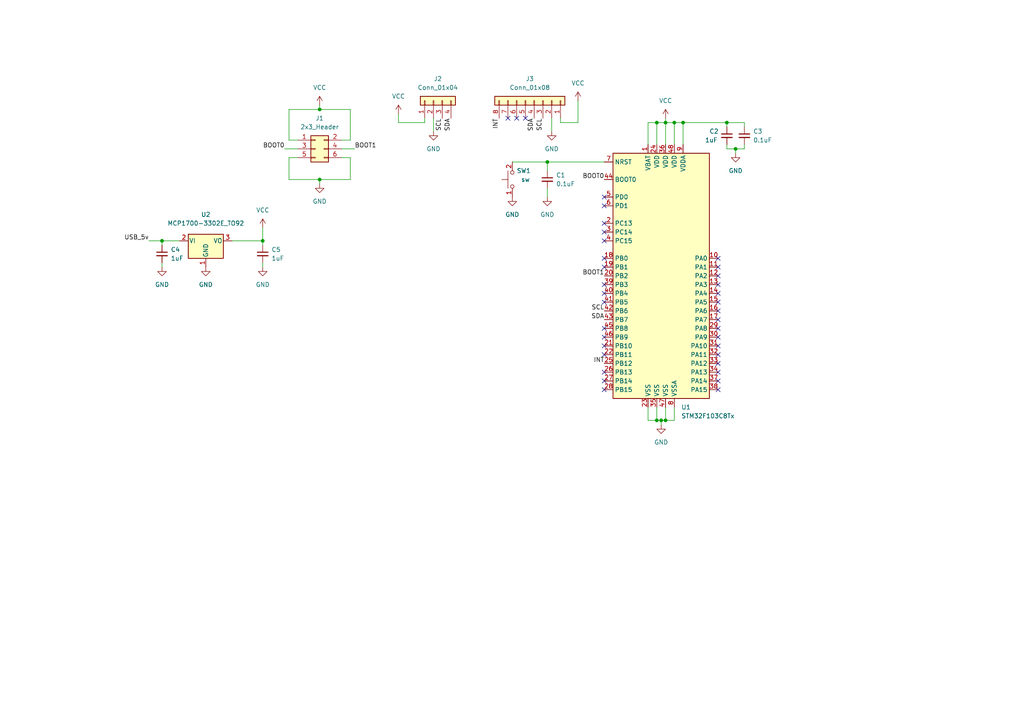
<source format=kicad_sch>
(kicad_sch (version 20211123) (generator eeschema)
  (paper "A4")
  (lib_symbols
    (symbol "Connector_Generic:Conn_01x04" (pin_names (offset 1.016) hide)
      (property "Reference" "J" (at 0 5.08 0))
      (property "Value" "Conn_01x04" (at 0 -7.62 0))
      (symbol "Conn_01x04_1_1"
        (rectangle (start -1.27 -4.953) (end 0 -5.207) (stroke (width 0.1524)))
        (rectangle (start -1.27 -2.413) (end 0 -2.667) (stroke (width 0.1524)))
        (rectangle (start -1.27 0.127) (end 0 -0.127) (stroke (width 0.1524)))
        (rectangle (start -1.27 2.667) (end 0 2.413) (stroke (width 0.1524)))
        (rectangle (start -1.27 3.81) (end 1.27 -6.35) (stroke (width 0.254)) (fill (type background)))
        (pin passive line (at -5.08 2.54 0) (length 3.81) (name "Pin_1") (number "1"))
        (pin passive line (at -5.08 0 0) (length 3.81) (name "Pin_2") (number "2"))
        (pin passive line (at -5.08 -2.54 0) (length 3.81) (name "Pin_3") (number "3"))
        (pin passive line (at -5.08 -5.08 0) (length 3.81) (name "Pin_4") (number "4"))
      )
    )
    (symbol "Connector_Generic:Conn_01x08" (pin_names (offset 1.016) hide)
      (property "Reference" "J" (at 0 10.16 0))
      (property "Value" "Conn_01x08" (at 0 -12.7 0))
      (symbol "Conn_01x08_1_1"
        (rectangle (start -1.27 -10.033) (end 0 -10.287) (stroke (width 0.1524)))
        (rectangle (start -1.27 -7.493) (end 0 -7.747) (stroke (width 0.1524)))
        (rectangle (start -1.27 -4.953) (end 0 -5.207) (stroke (width 0.1524)))
        (rectangle (start -1.27 -2.413) (end 0 -2.667) (stroke (width 0.1524)))
        (rectangle (start -1.27 0.127) (end 0 -0.127) (stroke (width 0.1524)))
        (rectangle (start -1.27 2.667) (end 0 2.413) (stroke (width 0.1524)))
        (rectangle (start -1.27 5.207) (end 0 4.953) (stroke (width 0.1524)))
        (rectangle (start -1.27 7.747) (end 0 7.493) (stroke (width 0.1524)))
        (rectangle (start -1.27 8.89) (end 1.27 -11.43) (stroke (width 0.254)) (fill (type background)))
        (pin passive line (at -5.08 7.62 0) (length 3.81) (name "Pin_1") (number "1"))
        (pin passive line (at -5.08 5.08 0) (length 3.81) (name "Pin_2") (number "2"))
        (pin passive line (at -5.08 2.54 0) (length 3.81) (name "Pin_3") (number "3"))
        (pin passive line (at -5.08 0 0) (length 3.81) (name "Pin_4") (number "4"))
        (pin passive line (at -5.08 -2.54 0) (length 3.81) (name "Pin_5") (number "5"))
        (pin passive line (at -5.08 -5.08 0) (length 3.81) (name "Pin_6") (number "6"))
        (pin passive line (at -5.08 -7.62 0) (length 3.81) (name "Pin_7") (number "7"))
        (pin passive line (at -5.08 -10.16 0) (length 3.81) (name "Pin_8") (number "8"))
      )
    )
    (symbol "Connector_Generic:Conn_02x03_Odd_Even" (pin_names (offset 1.016) hide)
      (property "Reference" "J" (at 1.27 5.08 0))
      (property "Value" "Conn_02x03_Odd_Even" (at 1.27 -5.08 0))
      (symbol "Conn_02x03_Odd_Even_1_1"
        (rectangle (start -1.27 -2.413) (end 0 -2.667) (stroke (width 0.1524)))
        (rectangle (start -1.27 0.127) (end 0 -0.127) (stroke (width 0.1524)))
        (rectangle (start -1.27 2.667) (end 0 2.413) (stroke (width 0.1524)))
        (rectangle (start -1.27 3.81) (end 3.81 -3.81) (stroke (width 0.254)) (fill (type background)))
        (rectangle (start 3.81 -2.413) (end 2.54 -2.667) (stroke (width 0.1524)))
        (rectangle (start 3.81 0.127) (end 2.54 -0.127) (stroke (width 0.1524)))
        (rectangle (start 3.81 2.667) (end 2.54 2.413) (stroke (width 0.1524)))
        (pin passive line (at -5.08 2.54 0) (length 3.81) (name "Pin_1") (number "1"))
        (pin passive line (at 7.62 2.54 180) (length 3.81) (name "Pin_2") (number "2"))
        (pin passive line (at -5.08 0 0) (length 3.81) (name "Pin_3") (number "3"))
        (pin passive line (at 7.62 0 180) (length 3.81) (name "Pin_4") (number "4"))
        (pin passive line (at -5.08 -2.54 0) (length 3.81) (name "Pin_5") (number "5"))
        (pin passive line (at 7.62 -2.54 180) (length 3.81) (name "Pin_6") (number "6"))
      )
    )
    (symbol "Device:C_Small" (pin_numbers hide) (pin_names (offset 0.254) hide)
      (property "Reference" "C" (at 0.254 1.778 0))
      (property "Value" "C_Small" (at 0.254 -2.032 0))
      (symbol "C_Small_0_1"
        (polyline (pts (xy -1.524 -0.508) (xy 1.524 -0.508)) (stroke (width 0.3302)))
        (polyline (pts (xy -1.524 0.508) (xy 1.524 0.508)) (stroke (width 0.3048)))
      )
      (symbol "C_Small_1_1"
        (pin passive line (at 0 2.54 270) (length 2.032) (name "~") (number "1"))
        (pin passive line (at 0 -2.54 90) (length 2.032) (name "~") (number "2"))
      )
    )
    (symbol "MCU_ST_STM32F1:STM32F103C8Tx"
      (property "Reference" "U" (at -15.24 36.83 0))
      (property "Value" "STM32F103C8Tx" (at 7.62 36.83 0))
      (symbol "STM32F103C8Tx_0_1"
        (rectangle (start -15.24 -35.56) (end 12.7 35.56) (stroke (width 0.254)) (fill (type background)))
      )
      (symbol "STM32F103C8Tx_1_1"
        (pin power_in line (at -5.08 38.1 270) (length 2.54) (name "VBAT") (number "1"))
        (pin bidirectional line (at 15.24 5.08 180) (length 2.54) (name "PA0") (number "10"))
        (pin bidirectional line (at 15.24 2.54 180) (length 2.54) (name "PA1") (number "11"))
        (pin bidirectional line (at 15.24 0 180) (length 2.54) (name "PA2") (number "12"))
        (pin bidirectional line (at 15.24 -2.54 180) (length 2.54) (name "PA3") (number "13"))
        (pin bidirectional line (at 15.24 -5.08 180) (length 2.54) (name "PA4") (number "14"))
        (pin bidirectional line (at 15.24 -7.62 180) (length 2.54) (name "PA5") (number "15"))
        (pin bidirectional line (at 15.24 -10.16 180) (length 2.54) (name "PA6") (number "16"))
        (pin bidirectional line (at 15.24 -12.7 180) (length 2.54) (name "PA7") (number "17"))
        (pin bidirectional line (at -17.78 5.08 0) (length 2.54) (name "PB0") (number "18"))
        (pin bidirectional line (at -17.78 2.54 0) (length 2.54) (name "PB1") (number "19"))
        (pin bidirectional line (at -17.78 15.24 0) (length 2.54) (name "PC13") (number "2"))
        (pin bidirectional line (at -17.78 0 0) (length 2.54) (name "PB2") (number "20"))
        (pin bidirectional line (at -17.78 -20.32 0) (length 2.54) (name "PB10") (number "21"))
        (pin bidirectional line (at -17.78 -22.86 0) (length 2.54) (name "PB11") (number "22"))
        (pin power_in line (at -5.08 -38.1 90) (length 2.54) (name "VSS") (number "23"))
        (pin power_in line (at -2.54 38.1 270) (length 2.54) (name "VDD") (number "24"))
        (pin bidirectional line (at -17.78 -25.4 0) (length 2.54) (name "PB12") (number "25"))
        (pin bidirectional line (at -17.78 -27.94 0) (length 2.54) (name "PB13") (number "26"))
        (pin bidirectional line (at -17.78 -30.48 0) (length 2.54) (name "PB14") (number "27"))
        (pin bidirectional line (at -17.78 -33.02 0) (length 2.54) (name "PB15") (number "28"))
        (pin bidirectional line (at 15.24 -15.24 180) (length 2.54) (name "PA8") (number "29"))
        (pin bidirectional line (at -17.78 12.7 0) (length 2.54) (name "PC14") (number "3"))
        (pin bidirectional line (at 15.24 -17.78 180) (length 2.54) (name "PA9") (number "30"))
        (pin bidirectional line (at 15.24 -20.32 180) (length 2.54) (name "PA10") (number "31"))
        (pin bidirectional line (at 15.24 -22.86 180) (length 2.54) (name "PA11") (number "32"))
        (pin bidirectional line (at 15.24 -25.4 180) (length 2.54) (name "PA12") (number "33"))
        (pin bidirectional line (at 15.24 -27.94 180) (length 2.54) (name "PA13") (number "34"))
        (pin power_in line (at -2.54 -38.1 90) (length 2.54) (name "VSS") (number "35"))
        (pin power_in line (at 0 38.1 270) (length 2.54) (name "VDD") (number "36"))
        (pin bidirectional line (at 15.24 -30.48 180) (length 2.54) (name "PA14") (number "37"))
        (pin bidirectional line (at 15.24 -33.02 180) (length 2.54) (name "PA15") (number "38"))
        (pin bidirectional line (at -17.78 -2.54 0) (length 2.54) (name "PB3") (number "39"))
        (pin bidirectional line (at -17.78 10.16 0) (length 2.54) (name "PC15") (number "4"))
        (pin bidirectional line (at -17.78 -5.08 0) (length 2.54) (name "PB4") (number "40"))
        (pin bidirectional line (at -17.78 -7.62 0) (length 2.54) (name "PB5") (number "41"))
        (pin bidirectional line (at -17.78 -10.16 0) (length 2.54) (name "PB6") (number "42"))
        (pin bidirectional line (at -17.78 -12.7 0) (length 2.54) (name "PB7") (number "43"))
        (pin input line (at -17.78 27.94 0) (length 2.54) (name "BOOT0") (number "44"))
        (pin bidirectional line (at -17.78 -15.24 0) (length 2.54) (name "PB8") (number "45"))
        (pin bidirectional line (at -17.78 -17.78 0) (length 2.54) (name "PB9") (number "46"))
        (pin power_in line (at 0 -38.1 90) (length 2.54) (name "VSS") (number "47"))
        (pin power_in line (at 2.54 38.1 270) (length 2.54) (name "VDD") (number "48"))
        (pin input line (at -17.78 22.86 0) (length 2.54) (name "PD0") (number "5"))
        (pin input line (at -17.78 20.32 0) (length 2.54) (name "PD1") (number "6"))
        (pin input line (at -17.78 33.02 0) (length 2.54) (name "NRST") (number "7"))
        (pin power_in line (at 2.54 -38.1 90) (length 2.54) (name "VSSA") (number "8"))
        (pin power_in line (at 5.08 38.1 270) (length 2.54) (name "VDDA") (number "9"))
      )
    )
    (symbol "Regulator_Linear:MCP1700-3302E_TO92" (pin_names (offset 0.254))
      (property "Reference" "U" (at -3.81 -3.175 0))
      (property "Value" "MCP1700-3302E_TO92" (at 0 -3.175 0))
      (symbol "MCP1700-3302E_TO92_0_1"
        (rectangle (start -5.08 5.08) (end 5.08 -1.905) (stroke (width 0.254)) (fill (type background)))
      )
      (symbol "MCP1700-3302E_TO92_1_1"
        (pin power_in line (at 0 7.62 270) (length 2.54) (name "GND") (number "1"))
        (pin power_in line (at -7.62 0 0) (length 2.54) (name "VI") (number "2"))
        (pin power_out line (at 7.62 0 180) (length 2.54) (name "VO") (number "3"))
      )
    )
    (symbol "Switch:SW_MEC_5G" (pin_names (offset 1.016) hide)
      (property "Reference" "SW1" (at 1.27 2.54 90))
      (property "Value" "sw" (at 1.2699 1.27 90))
      (symbol "SW_MEC_5G_0_1"
        (circle (center -2.032 0) (radius 0.508))
        (polyline (pts (xy 0 1.27) (xy 0 3.048)))
        (polyline (pts (xy 2.54 1.27) (xy -2.54 1.27)))
        (circle (center 2.032 0) (radius 0.508))
        (pin passive line (at -5.08 0 0) (length 2.54) (name "A") (number "1"))
        (pin passive line (at 5.08 0 180) (length 2.54) (name "B") (number "2"))
      )
    )
    (symbol "power:GND" (power) (pin_names (offset 0))
      (property "Value" "GND" (at 0 -3.81 0))
      (symbol "GND_0_1"
        (polyline (pts (xy 0 0) (xy 0 -1.27) (xy 1.27 -1.27) (xy 0 -2.54) (xy -1.27 -1.27) (xy 0 -1.27)))
      )
      (symbol "GND_1_1"
        (pin power_in line (at 0 0 270) (length 0) hide (name "GND") (number "1"))
      )
    )
    (symbol "power:VCC" (power) (pin_names (offset 0))
      (property "Value" "VCC" (at 0 3.81 0))
      (symbol "VCC_0_1"
        (polyline (pts (xy -0.762 1.27) (xy 0 2.54)))
        (polyline (pts (xy 0 0) (xy 0 2.54)))
        (polyline (pts (xy 0 2.54) (xy 0.762 1.27)))
      )
      (symbol "VCC_1_1"
        (pin power_in line (at 0 0 90) (length 0) hide (name "VCC") (number "1"))
      )
    )
  )
  (junction (at 46.99 69.85))
  (junction (at 158.75 46.99))
  (junction (at 92.71 52.07))
  (junction (at 193.04 35.56))
  (junction (at 190.5 35.56))
  (junction (at 198.12 35.56))
  (junction (at 213.36 43.18))
  (junction (at 190.5 121.92))
  (junction (at 191.77 121.92))
  (junction (at 195.58 35.56))
  (junction (at 92.71 31.75))
  (junction (at 210.82 35.56))
  (junction (at 193.04 121.92))
  (junction (at 76.2 69.85))
  (no_connect (at 152.4 34.29))
  (no_connect (at 149.86 34.29))
  (no_connect (at 147.32 34.29))
  (no_connect (at 175.26 107.95))
  (no_connect (at 208.28 74.93))
  (no_connect (at 175.26 57.15))
  (no_connect (at 175.26 59.69))
  (no_connect (at 175.26 64.77))
  (no_connect (at 175.26 67.31))
  (no_connect (at 175.26 69.85))
  (no_connect (at 208.28 113.03))
  (no_connect (at 208.28 110.49))
  (no_connect (at 208.28 107.95))
  (no_connect (at 208.28 105.41))
  (no_connect (at 208.28 102.87))
  (no_connect (at 208.28 100.33))
  (no_connect (at 208.28 97.79))
  (no_connect (at 208.28 95.25))
  (no_connect (at 208.28 92.71))
  (no_connect (at 208.28 90.17))
  (no_connect (at 208.28 87.63))
  (no_connect (at 208.28 85.09))
  (no_connect (at 208.28 82.55))
  (no_connect (at 208.28 80.01))
  (no_connect (at 208.28 77.47))
  (no_connect (at 175.26 77.47))
  (no_connect (at 175.26 82.55))
  (no_connect (at 175.26 85.09))
  (no_connect (at 175.26 87.63))
  (no_connect (at 175.26 95.25))
  (no_connect (at 175.26 97.79))
  (no_connect (at 175.26 113.03))
  (no_connect (at 175.26 102.87))
  (no_connect (at 175.26 110.49))
  (no_connect (at 175.26 100.33))
  (no_connect (at 175.26 74.93))
  (wire (pts (xy 43.18 69.85) (xy 46.99 69.85)))
  (wire (pts (xy 210.82 41.91) (xy 210.82 43.18)))
  (wire (pts (xy 210.82 35.56) (xy 210.82 36.83)))
  (wire (pts (xy 46.99 69.85) (xy 52.07 69.85)))
  (wire (pts (xy 148.59 46.99) (xy 158.75 46.99)))
  (wire (pts (xy 210.82 43.18) (xy 213.36 43.18)))
  (wire (pts (xy 86.36 45.72) (xy 83.82 45.72)))
  (wire (pts (xy 125.73 34.29) (xy 125.73 38.1)))
  (wire (pts (xy 187.96 41.91) (xy 187.96 35.56)))
  (wire (pts (xy 190.5 121.92) (xy 191.77 121.92)))
  (wire (pts (xy 193.04 118.11) (xy 193.04 121.92)))
  (wire (pts (xy 193.04 35.56) (xy 193.04 41.91)))
  (wire (pts (xy 198.12 35.56) (xy 195.58 35.56)))
  (wire (pts (xy 92.71 52.07) (xy 92.71 53.34)))
  (wire (pts (xy 76.2 69.85) (xy 76.2 71.12)))
  (wire (pts (xy 198.12 35.56) (xy 210.82 35.56)))
  (wire (pts (xy 193.04 35.56) (xy 193.04 34.29)))
  (wire (pts (xy 76.2 76.2) (xy 76.2 77.47)))
  (wire (pts (xy 215.9 35.56) (xy 215.9 36.83)))
  (wire (pts (xy 210.82 35.56) (xy 215.9 35.56)))
  (wire (pts (xy 167.64 29.21) (xy 167.64 35.56)))
  (wire (pts (xy 99.06 40.64) (xy 101.6 40.64)))
  (wire (pts (xy 187.96 121.92) (xy 190.5 121.92)))
  (wire (pts (xy 82.55 43.18) (xy 86.36 43.18)))
  (wire (pts (xy 83.82 52.07) (xy 92.71 52.07)))
  (wire (pts (xy 67.31 69.85) (xy 76.2 69.85)))
  (wire (pts (xy 101.6 31.75) (xy 92.71 31.75)))
  (wire (pts (xy 158.75 49.53) (xy 158.75 46.99)))
  (wire (pts (xy 187.96 118.11) (xy 187.96 121.92)))
  (wire (pts (xy 213.36 43.18) (xy 213.36 44.45)))
  (wire (pts (xy 167.64 35.56) (xy 162.56 35.56)))
  (wire (pts (xy 83.82 40.64) (xy 83.82 31.75)))
  (wire (pts (xy 195.58 35.56) (xy 195.58 41.91)))
  (wire (pts (xy 83.82 31.75) (xy 92.71 31.75)))
  (wire (pts (xy 190.5 35.56) (xy 193.04 35.56)))
  (wire (pts (xy 115.57 33.02) (xy 115.57 35.56)))
  (wire (pts (xy 76.2 69.85) (xy 76.2 66.04)))
  (wire (pts (xy 86.36 40.64) (xy 83.82 40.64)))
  (wire (pts (xy 46.99 69.85) (xy 46.99 71.12)))
  (wire (pts (xy 46.99 76.2) (xy 46.99 77.47)))
  (wire (pts (xy 160.02 34.29) (xy 160.02 38.1)))
  (wire (pts (xy 99.06 43.18) (xy 102.87 43.18)))
  (wire (pts (xy 195.58 35.56) (xy 193.04 35.56)))
  (wire (pts (xy 158.75 54.61) (xy 158.75 57.15)))
  (wire (pts (xy 215.9 43.18) (xy 213.36 43.18)))
  (wire (pts (xy 190.5 118.11) (xy 190.5 121.92)))
  (wire (pts (xy 191.77 121.92) (xy 191.77 123.19)))
  (wire (pts (xy 195.58 121.92) (xy 193.04 121.92)))
  (wire (pts (xy 123.19 35.56) (xy 123.19 34.29)))
  (wire (pts (xy 99.06 45.72) (xy 101.6 45.72)))
  (wire (pts (xy 198.12 41.91) (xy 198.12 35.56)))
  (wire (pts (xy 83.82 45.72) (xy 83.82 52.07)))
  (wire (pts (xy 193.04 121.92) (xy 191.77 121.92)))
  (wire (pts (xy 195.58 118.11) (xy 195.58 121.92)))
  (wire (pts (xy 187.96 35.56) (xy 190.5 35.56)))
  (wire (pts (xy 92.71 31.75) (xy 92.71 30.48)))
  (wire (pts (xy 158.75 46.99) (xy 175.26 46.99)))
  (wire (pts (xy 101.6 52.07) (xy 92.71 52.07)))
  (wire (pts (xy 190.5 35.56) (xy 190.5 41.91)))
  (wire (pts (xy 101.6 40.64) (xy 101.6 31.75)))
  (wire (pts (xy 101.6 45.72) (xy 101.6 52.07)))
  (wire (pts (xy 115.57 35.56) (xy 123.19 35.56)))
  (wire (pts (xy 162.56 35.56) (xy 162.56 34.29)))
  (wire (pts (xy 215.9 41.91) (xy 215.9 43.18)))
  (label "SCL" (at 128.27 34.29 270))
  (label "BOOT1" (at 102.87 43.18 0))
  (label "SCL" (at 157.48 34.29 270))
  (label "USB_5v" (at 43.18 69.85 180))
  (label "SDA" (at 175.26 92.71 180))
  (label "BOOT0" (at 82.55 43.18 180))
  (label "SDA" (at 130.81 34.29 270))
  (label "INT" (at 144.78 34.29 270))
  (label "BOOT0" (at 175.26 52.07 180))
  (label "SCL" (at 175.26 90.17 180))
  (label "BOOT1" (at 175.26 80.01 180))
  (label "SDA" (at 154.94 34.29 270))
  (label "INT" (at 175.26 105.41 180))
  (symbol (lib_id "Connector_Generic:Conn_01x08") (at 154.94 29.21 270) (mirror x) (unit 1)
    (property "Reference" "J3" (at 153.67 22.86 90))
    (property "Value" "Conn_01x08" (at 153.67 25.4 90))
    (property "Footprint" "Connector_PinHeader_2.54mm:PinHeader_1x08_P2.54mm_Vertical" (effects hide))
  )
  (symbol (lib_id "power:GND") (at 59.69 77.47 0) (unit 1)
    (property "Reference" "#PWR0108" (effects hide))
    (property "Value" "GND" (at 59.69 82.55 0))
  )
  (symbol (lib_id "power:GND") (at 191.77 123.19 0) (unit 1)
    (property "Reference" "#PWR0115" (effects hide))
    (property "Value" "GND" (at 191.77 128.27 0))
  )
  (symbol (lib_id "Device:C_Small") (at 158.75 52.07 0) (unit 1)
    (property "Reference" "C1" (at 161.29 50.8062 0) (effects (justify left)))
    (property "Value" "0.1uF" (at 161.29 53.3462 0) (effects (justify left)))
    (property "Footprint" "Resistor_SMD:R_1206_3216Metric_Pad1.30x1.75mm_HandSolder" (effects hide))
  )
  (symbol (lib_id "power:VCC") (at 76.2 66.04 0) (unit 1)
    (property "Reference" "#PWR0107" (effects hide))
    (property "Value" "VCC" (at 76.2 60.96 0))
  )
  (symbol (lib_id "Device:C_Small") (at 210.82 39.37 0) (unit 1)
    (property "Reference" "C2" (at 205.74 38.1 0) (effects (justify left)))
    (property "Value" "1uF" (at 204.47 40.64 0) (effects (justify left)))
    (property "Footprint" "Resistor_SMD:R_1206_3216Metric_Pad1.30x1.75mm_HandSolder" (effects hide))
  )
  (symbol (lib_id "power:GND") (at 213.36 44.45 0) (unit 1)
    (property "Reference" "#PWR0106" (effects hide))
    (property "Value" "GND" (at 213.36 49.53 0))
  )
  (symbol (lib_id "Regulator_Linear:MCP1700-3302E_TO92") (at 59.69 69.85 0) (mirror x) (unit 1)
    (property "Reference" "U2" (at 59.69 62.23 0))
    (property "Value" "MCP1700-3302E_TO92" (at 59.69 64.77 0))
    (property "Footprint" "Package_TO_SOT_THT:TO-92_Wide" (effects hide))
    (property "Datasheet" "http://ww1.microchip.com/downloads/en/DeviceDoc/20001826D.pdf" (effects hide))
  )
  (symbol (lib_id "power:GND") (at 125.73 38.1 0) (unit 1)
    (property "Reference" "#PWR0114" (effects hide))
    (property "Value" "GND" (at 125.73 43.18 0))
  )
  (symbol (lib_id "power:VCC") (at 92.71 30.48 0) (unit 1)
    (property "Reference" "#PWR0111" (effects hide))
    (property "Value" "VCC" (at 92.71 25.4 0))
  )
  (symbol (lib_id "power:GND") (at 160.02 38.1 0) (unit 1)
    (property "Reference" "#PWR0102" (effects hide))
    (property "Value" "GND" (at 160.02 43.18 0))
  )
  (symbol (lib_id "power:VCC") (at 115.57 33.02 0) (unit 1)
    (property "Reference" "#PWR0113" (effects hide))
    (property "Value" "VCC" (at 115.57 27.94 0))
  )
  (symbol (lib_id "power:VCC") (at 167.64 29.21 0) (unit 1)
    (property "Reference" "#PWR0103" (effects hide))
    (property "Value" "VCC" (at 167.64 24.13 0))
  )
  (symbol (lib_id "MCU_ST_STM32F1:STM32F103C8Tx") (at 193.04 80.01 0) (unit 1)
    (property "Reference" "U1" (at 197.5994 118.11 0) (effects (justify left)))
    (property "Value" "STM32F103C8Tx" (at 197.5994 120.65 0) (effects (justify left)))
    (property "Footprint" "Package_QFP:LQFP-48_7x7mm_P0.5mm" (effects hide))
    (property "Datasheet" "http://www.st.com/st-web-ui/static/active/en/resource/technical/document/datasheet/CD00161566.pdf" (effects hide))
  )
  (symbol (lib_id "power:GND") (at 158.75 57.15 0) (unit 1)
    (property "Reference" "#PWR0104" (effects hide))
    (property "Value" "GND" (at 158.75 62.23 0))
  )
  (symbol (lib_id "Connector_Generic:Conn_02x03_Odd_Even") (at 91.44 43.18 0) (unit 1)
    (property "Reference" "J1" (at 92.71 34.29 0))
    (property "Value" "2x3_Header" (at 92.71 36.83 0))
    (property "Footprint" "Connector_PinHeader_2.54mm:PinHeader_2x03_P2.54mm_Vertical" (effects hide))
  )
  (symbol (lib_id "Device:C_Small") (at 215.9 39.37 0) (unit 1)
    (property "Reference" "C3" (at 218.44 38.1062 0) (effects (justify left)))
    (property "Value" "0.1uF" (at 218.44 40.6462 0) (effects (justify left)))
    (property "Footprint" "Resistor_SMD:R_1206_3216Metric_Pad1.30x1.75mm_HandSolder" (effects hide))
  )
  (symbol (lib_id "Switch:SW_MEC_5G") (at 148.59 52.07 90) (unit 1)
    (property "Reference" "SW1" (at 149.86 49.53 90) (effects (justify right)))
    (property "Value" "sw" (at 151.13 52.07 90) (effects (justify right)))
    (property "Footprint" "Button_Switch_THT:SW_PUSH_6mm_H4.3mm" (effects hide))
    (property "Datasheet" "http://www.apem.com/int/index.php?controller=attachment&id_attachment=488" (effects hide))
  )
  (symbol (lib_id "power:GND") (at 76.2 77.47 0) (unit 1)
    (property "Reference" "#PWR0110" (effects hide))
    (property "Value" "GND" (at 76.2 82.55 0))
  )
  (symbol (lib_id "Device:C_Small") (at 76.2 73.66 0) (unit 1)
    (property "Reference" "C5" (at 78.74 72.3962 0) (effects (justify left)))
    (property "Value" "1uF" (at 78.74 74.9362 0) (effects (justify left)))
    (property "Footprint" "Resistor_SMD:R_1206_3216Metric_Pad1.30x1.75mm_HandSolder" (effects hide))
  )
  (symbol (lib_id "power:VCC") (at 193.04 34.29 0) (unit 1)
    (property "Reference" "#PWR0101" (effects hide))
    (property "Value" "VCC" (at 193.04 29.21 0))
  )
  (symbol (lib_id "power:GND") (at 92.71 53.34 0) (unit 1)
    (property "Reference" "#PWR0112" (effects hide))
    (property "Value" "GND" (at 92.71 58.42 0))
  )
  (symbol (lib_id "Device:C_Small") (at 46.99 73.66 0) (unit 1)
    (property "Reference" "C4" (at 49.53 72.3962 0) (effects (justify left)))
    (property "Value" "1uF" (at 49.53 74.9362 0) (effects (justify left)))
    (property "Footprint" "Resistor_SMD:R_1206_3216Metric_Pad1.30x1.75mm_HandSolder" (effects hide))
  )
  (symbol (lib_id "Connector_Generic:Conn_01x04") (at 125.73 29.21 90) (unit 1)
    (property "Reference" "J2" (at 127 22.86 90))
    (property "Value" "Conn_01x04" (at 127 25.4 90))
    (property "Footprint" "Connector_PinHeader_2.54mm:PinHeader_1x04_P2.54mm_Vertical" (effects hide))
  )
  (symbol (lib_id "power:GND") (at 46.99 77.47 0) (unit 1)
    (property "Reference" "#PWR0109" (effects hide))
    (property "Value" "GND" (at 46.99 82.55 0))
  )
  (symbol (lib_id "power:GND") (at 148.59 57.15 0) (unit 1)
    (property "Reference" "#PWR0105" (effects hide))
    (property "Value" "GND" (at 148.59 62.23 0))
  )
)
</source>
